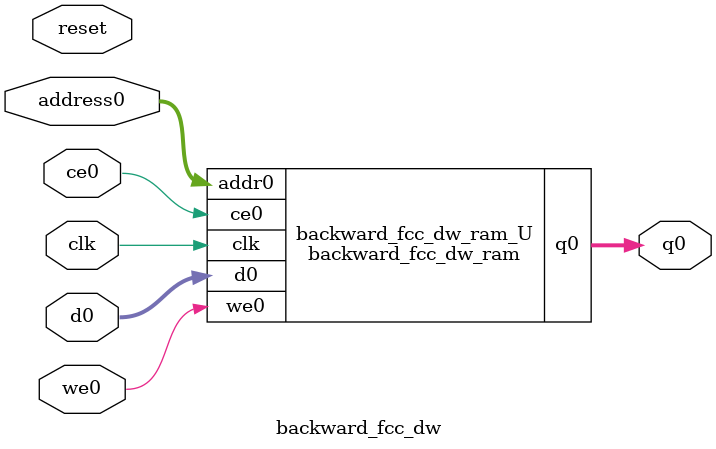
<source format=v>
`timescale 1 ns / 1 ps
module backward_fcc_dw_ram (addr0, ce0, d0, we0, q0,  clk);

parameter DWIDTH = 32;
parameter AWIDTH = 14;
parameter MEM_SIZE = 10000;

input[AWIDTH-1:0] addr0;
input ce0;
input[DWIDTH-1:0] d0;
input we0;
output reg[DWIDTH-1:0] q0;
input clk;

reg [DWIDTH-1:0] ram[0:MEM_SIZE-1];




always @(posedge clk)  
begin 
    if (ce0) begin
        if (we0) 
            ram[addr0] <= d0; 
        q0 <= ram[addr0];
    end
end


endmodule

`timescale 1 ns / 1 ps
module backward_fcc_dw(
    reset,
    clk,
    address0,
    ce0,
    we0,
    d0,
    q0);

parameter DataWidth = 32'd32;
parameter AddressRange = 32'd10000;
parameter AddressWidth = 32'd14;
input reset;
input clk;
input[AddressWidth - 1:0] address0;
input ce0;
input we0;
input[DataWidth - 1:0] d0;
output[DataWidth - 1:0] q0;



backward_fcc_dw_ram backward_fcc_dw_ram_U(
    .clk( clk ),
    .addr0( address0 ),
    .ce0( ce0 ),
    .we0( we0 ),
    .d0( d0 ),
    .q0( q0 ));

endmodule


</source>
